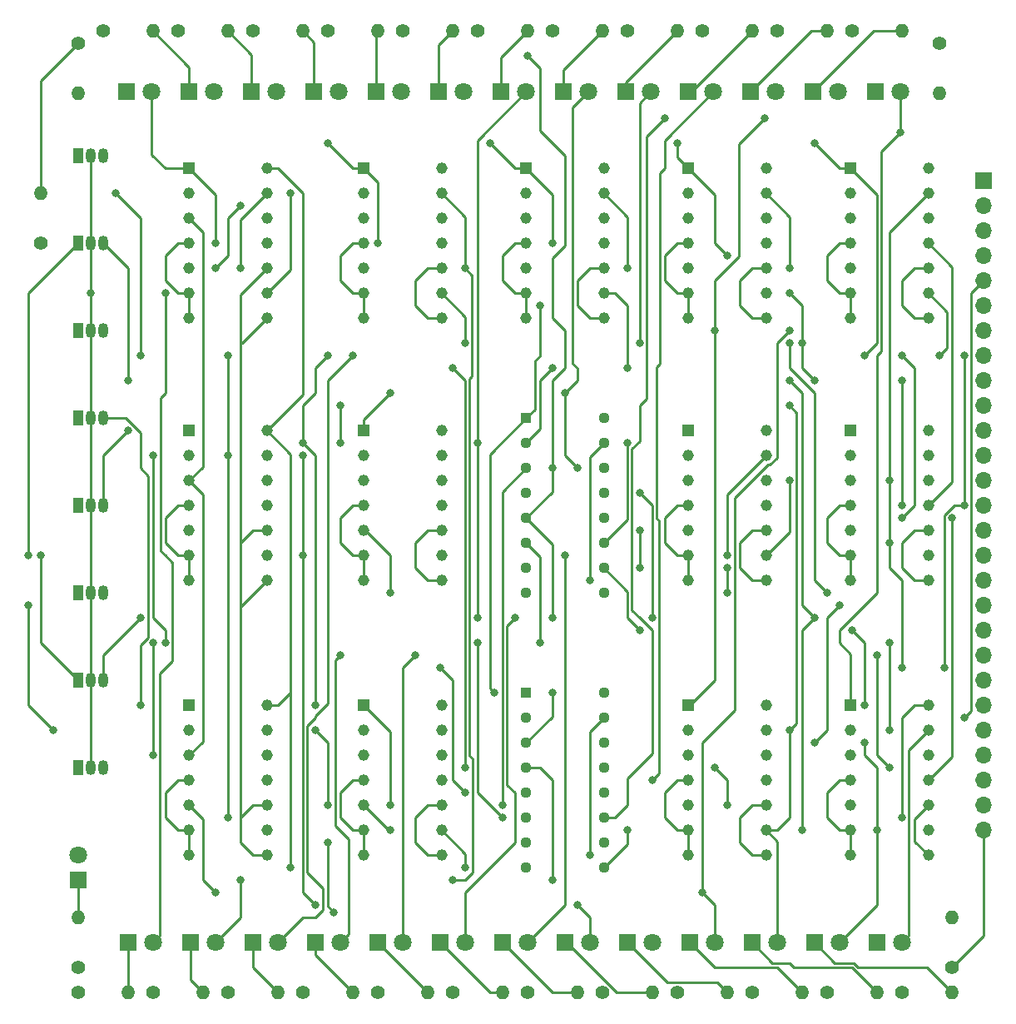
<source format=gtl>
%TF.GenerationSoftware,KiCad,Pcbnew,(6.0.9)*%
%TF.CreationDate,2025-06-05T13:51:01-04:00*%
%TF.ProjectId,ShiftRegisterPrototypeV2,53686966-7452-4656-9769-737465725072,V2*%
%TF.SameCoordinates,Original*%
%TF.FileFunction,Copper,L1,Top*%
%TF.FilePolarity,Positive*%
%FSLAX46Y46*%
G04 Gerber Fmt 4.6, Leading zero omitted, Abs format (unit mm)*
G04 Created by KiCad (PCBNEW (6.0.9)) date 2025-06-05 13:51:01*
%MOMM*%
%LPD*%
G01*
G04 APERTURE LIST*
%TA.AperFunction,ComponentPad*%
%ADD10R,1.170000X1.170000*%
%TD*%
%TA.AperFunction,ComponentPad*%
%ADD11C,1.170000*%
%TD*%
%TA.AperFunction,ComponentPad*%
%ADD12R,1.050000X1.500000*%
%TD*%
%TA.AperFunction,ComponentPad*%
%ADD13O,1.050000X1.500000*%
%TD*%
%TA.AperFunction,ComponentPad*%
%ADD14R,1.800000X1.800000*%
%TD*%
%TA.AperFunction,ComponentPad*%
%ADD15C,1.800000*%
%TD*%
%TA.AperFunction,ComponentPad*%
%ADD16C,1.400000*%
%TD*%
%TA.AperFunction,ComponentPad*%
%ADD17O,1.400000X1.400000*%
%TD*%
%TA.AperFunction,ComponentPad*%
%ADD18R,1.130000X1.130000*%
%TD*%
%TA.AperFunction,ComponentPad*%
%ADD19C,1.130000*%
%TD*%
%TA.AperFunction,ComponentPad*%
%ADD20R,1.700000X1.700000*%
%TD*%
%TA.AperFunction,ComponentPad*%
%ADD21O,1.700000X1.700000*%
%TD*%
%TA.AperFunction,ViaPad*%
%ADD22C,0.800000*%
%TD*%
%TA.AperFunction,Conductor*%
%ADD23C,0.250000*%
%TD*%
G04 APERTURE END LIST*
D10*
%TO.P,U3,1,Q1*%
%TO.N,Net-(D6-Pad2)*%
X157955000Y-56700000D03*
D11*
%TO.P,U3,2,~{Q1}*%
%TO.N,unconnected-(U3-Pad2)*%
X157955000Y-59240000D03*
%TO.P,U3,3,CLOCK1*%
%TO.N,clk*%
X157955000Y-61780000D03*
%TO.P,U3,4,RESET1*%
%TO.N,gnd*%
X157955000Y-64320000D03*
%TO.P,U3,5,D1*%
%TO.N,Net-(D4-Pad2)*%
X157955000Y-66860000D03*
%TO.P,U3,6,SET1*%
%TO.N,gnd*%
X157955000Y-69400000D03*
%TO.P,U3,7,VSS*%
X157955000Y-71940000D03*
%TO.P,U3,8,SET2*%
X165895000Y-71940000D03*
%TO.P,U3,9,D2*%
%TO.N,A11*%
X165895000Y-69400000D03*
%TO.P,U3,10,RESET2*%
%TO.N,gnd*%
X165895000Y-66860000D03*
%TO.P,U3,11,CLOCK2*%
%TO.N,clk*%
X165895000Y-64320000D03*
%TO.P,U3,12,~{Q2}*%
%TO.N,unconnected-(U3-Pad12)*%
X165895000Y-61780000D03*
%TO.P,U3,13,Q2*%
%TO.N,A10*%
X165895000Y-59240000D03*
%TO.P,U3,14,VDD*%
%TO.N,pwr*%
X165895000Y-56700000D03*
%TD*%
D10*
%TO.P,U12,1,Q1*%
%TO.N,/data2_ff*%
X141445000Y-111310000D03*
D11*
%TO.P,U12,2,~{Q1}*%
%TO.N,unconnected-(U12-Pad2)*%
X141445000Y-113850000D03*
%TO.P,U12,3,CLOCK1*%
%TO.N,clk*%
X141445000Y-116390000D03*
%TO.P,U12,4,RESET1*%
%TO.N,gnd*%
X141445000Y-118930000D03*
%TO.P,U12,5,D1*%
%TO.N,d2*%
X141445000Y-121470000D03*
%TO.P,U12,6,SET1*%
%TO.N,gnd*%
X141445000Y-124010000D03*
%TO.P,U12,7,VSS*%
X141445000Y-126550000D03*
%TO.P,U12,8,SET2*%
X149385000Y-126550000D03*
%TO.P,U12,9,D2*%
%TO.N,A3*%
X149385000Y-124010000D03*
%TO.P,U12,10,RESET2*%
%TO.N,gnd*%
X149385000Y-121470000D03*
%TO.P,U12,11,CLOCK2*%
%TO.N,clk*%
X149385000Y-118930000D03*
%TO.P,U12,12,~{Q2}*%
%TO.N,unconnected-(U12-Pad12)*%
X149385000Y-116390000D03*
%TO.P,U12,13,Q2*%
%TO.N,A2*%
X149385000Y-113850000D03*
%TO.P,U12,14,VDD*%
%TO.N,pwr*%
X149385000Y-111310000D03*
%TD*%
D12*
%TO.P,Q7,1,C*%
%TO.N,D1*%
X112395000Y-73210000D03*
D13*
%TO.P,Q7,2,B*%
%TO.N,load*%
X113665000Y-73210000D03*
%TO.P,Q7,3,E*%
%TO.N,/data1_ff*%
X114935000Y-73210000D03*
%TD*%
D10*
%TO.P,U4,1,Q1*%
%TO.N,Net-(D8-Pad2)*%
X174465000Y-56700000D03*
D11*
%TO.P,U4,2,~{Q1}*%
%TO.N,unconnected-(U4-Pad2)*%
X174465000Y-59240000D03*
%TO.P,U4,3,CLOCK1*%
%TO.N,clk*%
X174465000Y-61780000D03*
%TO.P,U4,4,RESET1*%
%TO.N,gnd*%
X174465000Y-64320000D03*
%TO.P,U4,5,D1*%
%TO.N,Net-(D6-Pad2)*%
X174465000Y-66860000D03*
%TO.P,U4,6,SET1*%
%TO.N,gnd*%
X174465000Y-69400000D03*
%TO.P,U4,7,VSS*%
X174465000Y-71940000D03*
%TO.P,U4,8,SET2*%
X182405000Y-71940000D03*
%TO.P,U4,9,D2*%
%TO.N,A10*%
X182405000Y-69400000D03*
%TO.P,U4,10,RESET2*%
%TO.N,gnd*%
X182405000Y-66860000D03*
%TO.P,U4,11,CLOCK2*%
%TO.N,clk*%
X182405000Y-64320000D03*
%TO.P,U4,12,~{Q2}*%
%TO.N,unconnected-(U4-Pad12)*%
X182405000Y-61780000D03*
%TO.P,U4,13,Q2*%
%TO.N,A9*%
X182405000Y-59240000D03*
%TO.P,U4,14,VDD*%
%TO.N,pwr*%
X182405000Y-56700000D03*
%TD*%
D12*
%TO.P,Q4,1,C*%
%TO.N,D4*%
X112395000Y-90990000D03*
D13*
%TO.P,Q4,2,B*%
%TO.N,load*%
X113665000Y-90990000D03*
%TO.P,Q4,3,E*%
%TO.N,/data4_ff*%
X114935000Y-90990000D03*
%TD*%
D14*
%TO.P,D12,1,K*%
%TO.N,Net-(D12-Pad1)*%
X149108465Y-48890000D03*
D15*
%TO.P,D12,2,A*%
%TO.N,/data7_ff*%
X151648465Y-48890000D03*
%TD*%
D14*
%TO.P,D16,1,K*%
%TO.N,Net-(D16-Pad1)*%
X161808465Y-48890000D03*
D15*
%TO.P,D16,2,A*%
%TO.N,/data5_ff*%
X164348465Y-48890000D03*
%TD*%
D10*
%TO.P,U7,1,Q1*%
%TO.N,/data6_ff*%
X174465000Y-83370000D03*
D11*
%TO.P,U7,2,~{Q1}*%
%TO.N,unconnected-(U7-Pad2)*%
X174465000Y-85910000D03*
%TO.P,U7,3,CLOCK1*%
%TO.N,clk*%
X174465000Y-88450000D03*
%TO.P,U7,4,RESET1*%
%TO.N,gnd*%
X174465000Y-90990000D03*
%TO.P,U7,5,D1*%
%TO.N,d6*%
X174465000Y-93530000D03*
%TO.P,U7,6,SET1*%
%TO.N,gnd*%
X174465000Y-96070000D03*
%TO.P,U7,7,VSS*%
X174465000Y-98610000D03*
%TO.P,U7,8,SET2*%
X182405000Y-98610000D03*
%TO.P,U7,9,D2*%
%TO.N,A7*%
X182405000Y-96070000D03*
%TO.P,U7,10,RESET2*%
%TO.N,gnd*%
X182405000Y-93530000D03*
%TO.P,U7,11,CLOCK2*%
%TO.N,clk*%
X182405000Y-90990000D03*
%TO.P,U7,12,~{Q2}*%
%TO.N,unconnected-(U7-Pad12)*%
X182405000Y-88450000D03*
%TO.P,U7,13,Q2*%
%TO.N,A6*%
X182405000Y-85910000D03*
%TO.P,U7,14,VDD*%
%TO.N,pwr*%
X182405000Y-83370000D03*
%TD*%
D10*
%TO.P,U10,1,Q1*%
%TO.N,/data4_ff*%
X123665000Y-83370000D03*
D11*
%TO.P,U10,2,~{Q1}*%
%TO.N,unconnected-(U10-Pad2)*%
X123665000Y-85910000D03*
%TO.P,U10,3,CLOCK1*%
%TO.N,clk*%
X123665000Y-88450000D03*
%TO.P,U10,4,RESET1*%
%TO.N,gnd*%
X123665000Y-90990000D03*
%TO.P,U10,5,D1*%
%TO.N,d4*%
X123665000Y-93530000D03*
%TO.P,U10,6,SET1*%
%TO.N,gnd*%
X123665000Y-96070000D03*
%TO.P,U10,7,VSS*%
X123665000Y-98610000D03*
%TO.P,U10,8,SET2*%
X131605000Y-98610000D03*
%TO.P,U10,9,D2*%
%TO.N,A5*%
X131605000Y-96070000D03*
%TO.P,U10,10,RESET2*%
%TO.N,gnd*%
X131605000Y-93530000D03*
%TO.P,U10,11,CLOCK2*%
%TO.N,clk*%
X131605000Y-90990000D03*
%TO.P,U10,12,~{Q2}*%
%TO.N,unconnected-(U10-Pad12)*%
X131605000Y-88450000D03*
%TO.P,U10,13,Q2*%
%TO.N,A4*%
X131605000Y-85910000D03*
%TO.P,U10,14,VDD*%
%TO.N,pwr*%
X131605000Y-83370000D03*
%TD*%
D16*
%TO.P,R11,1*%
%TO.N,gnd*%
X142875000Y-140520000D03*
D17*
%TO.P,R11,2*%
%TO.N,Net-(D11-Pad1)*%
X147955000Y-140520000D03*
%TD*%
D14*
%TO.P,D22,1,K*%
%TO.N,Net-(D22-Pad1)*%
X180858465Y-48890000D03*
D15*
%TO.P,D22,2,A*%
%TO.N,/data2_ff*%
X183398465Y-48890000D03*
%TD*%
D16*
%TO.P,R10,1*%
%TO.N,gnd*%
X137795000Y-42730000D03*
D17*
%TO.P,R10,2*%
%TO.N,Net-(D10-Pad1)*%
X142875000Y-42730000D03*
%TD*%
D14*
%TO.P,D9,1,K*%
%TO.N,Net-(D9-Pad1)*%
X136525000Y-135440000D03*
D15*
%TO.P,D9,2,A*%
%TO.N,A9*%
X139065000Y-135440000D03*
%TD*%
D16*
%TO.P,R6,1*%
%TO.N,gnd*%
X122555000Y-42730000D03*
D17*
%TO.P,R6,2*%
%TO.N,Net-(D6-Pad1)*%
X127635000Y-42730000D03*
%TD*%
D14*
%TO.P,D21,1,K*%
%TO.N,Net-(D21-Pad1)*%
X174625000Y-135440000D03*
D15*
%TO.P,D21,2,A*%
%TO.N,A3*%
X177165000Y-135440000D03*
%TD*%
D16*
%TO.P,R5,1*%
%TO.N,gnd*%
X120015000Y-140520000D03*
D17*
%TO.P,R5,2*%
%TO.N,Net-(D5-Pad1)*%
X125095000Y-140520000D03*
%TD*%
D12*
%TO.P,Q1,1,C*%
%TO.N,D7*%
X112395000Y-117660000D03*
D13*
%TO.P,Q1,2,B*%
%TO.N,load*%
X113665000Y-117660000D03*
%TO.P,Q1,3,E*%
%TO.N,/data7_ff*%
X114935000Y-117660000D03*
%TD*%
D16*
%TO.P,R1,1*%
%TO.N,gnd*%
X112395000Y-137980000D03*
D17*
%TO.P,R1,2*%
%TO.N,Net-(D1-Pad1)*%
X112395000Y-132900000D03*
%TD*%
D14*
%TO.P,D5,1,K*%
%TO.N,Net-(D5-Pad1)*%
X123825000Y-135440000D03*
D15*
%TO.P,D5,2,A*%
%TO.N,A11*%
X126365000Y-135440000D03*
%TD*%
D14*
%TO.P,D3,1,K*%
%TO.N,Net-(D3-Pad1)*%
X117475000Y-135440000D03*
D15*
%TO.P,D3,2,A*%
%TO.N,A12*%
X120015000Y-135440000D03*
%TD*%
D10*
%TO.P,U1,1,Q1*%
%TO.N,Net-(D2-Pad2)*%
X123665000Y-56700000D03*
D11*
%TO.P,U1,2,~{Q1}*%
%TO.N,unconnected-(U1-Pad2)*%
X123665000Y-59240000D03*
%TO.P,U1,3,CLOCK1*%
%TO.N,clk*%
X123665000Y-61780000D03*
%TO.P,U1,4,RESET1*%
%TO.N,gnd*%
X123665000Y-64320000D03*
%TO.P,U1,5,D1*%
%TO.N,data_rx*%
X123665000Y-66860000D03*
%TO.P,U1,6,SET1*%
%TO.N,gnd*%
X123665000Y-69400000D03*
%TO.P,U1,7,VSS*%
X123665000Y-71940000D03*
%TO.P,U1,8,SET2*%
X131605000Y-71940000D03*
%TO.P,U1,9,D2*%
%TO.N,addr*%
X131605000Y-69400000D03*
%TO.P,U1,10,RESET2*%
%TO.N,gnd*%
X131605000Y-66860000D03*
%TO.P,U1,11,CLOCK2*%
%TO.N,clk*%
X131605000Y-64320000D03*
%TO.P,U1,12,~{Q2}*%
%TO.N,unconnected-(U1-Pad12)*%
X131605000Y-61780000D03*
%TO.P,U1,13,Q2*%
%TO.N,A12*%
X131605000Y-59240000D03*
%TO.P,U1,14,VDD*%
%TO.N,pwr*%
X131605000Y-56700000D03*
%TD*%
D16*
%TO.P,R27,1*%
%TO.N,gnd*%
X201295000Y-137980000D03*
D17*
%TO.P,R27,2*%
%TO.N,Net-(D27-Pad1)*%
X201295000Y-132900000D03*
%TD*%
D16*
%TO.P,R2,1*%
%TO.N,gnd*%
X112395000Y-44000000D03*
D17*
%TO.P,R2,2*%
%TO.N,Net-(D2-Pad1)*%
X112395000Y-49080000D03*
%TD*%
D14*
%TO.P,D4,1,K*%
%TO.N,Net-(D4-Pad1)*%
X123708465Y-48890000D03*
D15*
%TO.P,D4,2,A*%
%TO.N,Net-(D4-Pad2)*%
X126248465Y-48890000D03*
%TD*%
D18*
%TO.P,U8,1,~{A}/B*%
%TO.N,load*%
X157955000Y-82100000D03*
D19*
%TO.P,U8,2,1A*%
%TO.N,/data8_ff*%
X157955000Y-84640000D03*
%TO.P,U8,3,1B*%
%TO.N,D7*%
X157955000Y-87180000D03*
%TO.P,U8,4,1Y*%
%TO.N,d7*%
X157955000Y-89720000D03*
%TO.P,U8,5,2A*%
%TO.N,/data7_ff*%
X157955000Y-92260000D03*
%TO.P,U8,6,2B*%
%TO.N,D6*%
X157955000Y-94800000D03*
%TO.P,U8,7,2Y*%
%TO.N,d6*%
X157955000Y-97340000D03*
%TO.P,U8,8,GND*%
%TO.N,gnd*%
X157955000Y-99880000D03*
%TO.P,U8,9,3Y*%
%TO.N,d5*%
X165895000Y-99880000D03*
%TO.P,U8,10,3B*%
%TO.N,D5*%
X165895000Y-97340000D03*
%TO.P,U8,11,3A*%
%TO.N,/data6_ff*%
X165895000Y-94800000D03*
%TO.P,U8,12,4Y*%
%TO.N,d4*%
X165895000Y-92260000D03*
%TO.P,U8,13,4B*%
%TO.N,D4*%
X165895000Y-89720000D03*
%TO.P,U8,14,4A*%
%TO.N,/data5_ff*%
X165895000Y-87180000D03*
%TO.P,U8,15,~{OE}*%
%TO.N,gnd*%
X165895000Y-84640000D03*
%TO.P,U8,16,VCC*%
%TO.N,pwr*%
X165895000Y-82100000D03*
%TD*%
D14*
%TO.P,D10,1,K*%
%TO.N,Net-(D10-Pad1)*%
X142758465Y-48890000D03*
D15*
%TO.P,D10,2,A*%
%TO.N,/data8_ff*%
X145298465Y-48890000D03*
%TD*%
D10*
%TO.P,U15,1,Q1*%
%TO.N,/data0_ff*%
X190975000Y-111310000D03*
D11*
%TO.P,U15,2,~{Q1}*%
%TO.N,unconnected-(U15-Pad2)*%
X190975000Y-113850000D03*
%TO.P,U15,3,CLOCK1*%
%TO.N,clk*%
X190975000Y-116390000D03*
%TO.P,U15,4,RESET1*%
%TO.N,gnd*%
X190975000Y-118930000D03*
%TO.P,U15,5,D1*%
%TO.N,d0*%
X190975000Y-121470000D03*
%TO.P,U15,6,SET1*%
%TO.N,gnd*%
X190975000Y-124010000D03*
%TO.P,U15,7,VSS*%
X190975000Y-126550000D03*
%TO.P,U15,8,SET2*%
X198915000Y-126550000D03*
%TO.P,U15,9,D2*%
%TO.N,A1*%
X198915000Y-124010000D03*
%TO.P,U15,10,RESET2*%
%TO.N,gnd*%
X198915000Y-121470000D03*
%TO.P,U15,11,CLOCK2*%
%TO.N,clk*%
X198915000Y-118930000D03*
%TO.P,U15,12,~{Q2}*%
%TO.N,unconnected-(U15-Pad12)*%
X198915000Y-116390000D03*
%TO.P,U15,13,Q2*%
%TO.N,A0*%
X198915000Y-113850000D03*
%TO.P,U15,14,VDD*%
%TO.N,pwr*%
X198915000Y-111310000D03*
%TD*%
D14*
%TO.P,D7,1,K*%
%TO.N,Net-(D7-Pad1)*%
X130175000Y-135440000D03*
D15*
%TO.P,D7,2,A*%
%TO.N,A10*%
X132715000Y-135440000D03*
%TD*%
D14*
%TO.P,D26,1,K*%
%TO.N,Net-(D26-Pad1)*%
X193558465Y-48890000D03*
D15*
%TO.P,D26,2,A*%
%TO.N,/data0_ff*%
X196098465Y-48890000D03*
%TD*%
D14*
%TO.P,D13,1,K*%
%TO.N,Net-(D13-Pad1)*%
X149225000Y-135440000D03*
D15*
%TO.P,D13,2,A*%
%TO.N,A7*%
X151765000Y-135440000D03*
%TD*%
D16*
%TO.P,R24,1*%
%TO.N,gnd*%
X191135000Y-42730000D03*
D17*
%TO.P,R24,2*%
%TO.N,Net-(D24-Pad1)*%
X196215000Y-42730000D03*
%TD*%
D16*
%TO.P,R20,1*%
%TO.N,gnd*%
X175895000Y-42730000D03*
D17*
%TO.P,R20,2*%
%TO.N,Net-(D20-Pad1)*%
X180975000Y-42730000D03*
%TD*%
D14*
%TO.P,D8,1,K*%
%TO.N,Net-(D8-Pad1)*%
X136408465Y-48890000D03*
D15*
%TO.P,D8,2,A*%
%TO.N,Net-(D8-Pad2)*%
X138948465Y-48890000D03*
%TD*%
D14*
%TO.P,D23,1,K*%
%TO.N,Net-(D23-Pad1)*%
X180975000Y-135440000D03*
D15*
%TO.P,D23,2,A*%
%TO.N,A2*%
X183515000Y-135440000D03*
%TD*%
D14*
%TO.P,D27,1,K*%
%TO.N,Net-(D27-Pad1)*%
X193675000Y-135440000D03*
D15*
%TO.P,D27,2,A*%
%TO.N,A0*%
X196215000Y-135440000D03*
%TD*%
D12*
%TO.P,Q8,1,C*%
%TO.N,D0*%
X112395000Y-55430000D03*
D13*
%TO.P,Q8,2,B*%
%TO.N,load*%
X113665000Y-55430000D03*
%TO.P,Q8,3,E*%
%TO.N,/data0_ff*%
X114935000Y-55430000D03*
%TD*%
D16*
%TO.P,R26,1*%
%TO.N,gnd*%
X200025000Y-44000000D03*
D17*
%TO.P,R26,2*%
%TO.N,Net-(D26-Pad1)*%
X200025000Y-49080000D03*
%TD*%
D10*
%TO.P,U11,1,Q1*%
%TO.N,/data3_ff*%
X123665000Y-111310000D03*
D11*
%TO.P,U11,2,~{Q1}*%
%TO.N,unconnected-(U11-Pad2)*%
X123665000Y-113850000D03*
%TO.P,U11,3,CLOCK1*%
%TO.N,clk*%
X123665000Y-116390000D03*
%TO.P,U11,4,RESET1*%
%TO.N,gnd*%
X123665000Y-118930000D03*
%TO.P,U11,5,D1*%
%TO.N,d3*%
X123665000Y-121470000D03*
%TO.P,U11,6,SET1*%
%TO.N,gnd*%
X123665000Y-124010000D03*
%TO.P,U11,7,VSS*%
X123665000Y-126550000D03*
%TO.P,U11,8,SET2*%
X131605000Y-126550000D03*
%TO.P,U11,9,D2*%
%TO.N,A4*%
X131605000Y-124010000D03*
%TO.P,U11,10,RESET2*%
%TO.N,gnd*%
X131605000Y-121470000D03*
%TO.P,U11,11,CLOCK2*%
%TO.N,clk*%
X131605000Y-118930000D03*
%TO.P,U11,12,~{Q2}*%
%TO.N,unconnected-(U11-Pad12)*%
X131605000Y-116390000D03*
%TO.P,U11,13,Q2*%
%TO.N,A3*%
X131605000Y-113850000D03*
%TO.P,U11,14,VDD*%
%TO.N,pwr*%
X131605000Y-111310000D03*
%TD*%
D12*
%TO.P,Q3,1,C*%
%TO.N,D5*%
X112395000Y-64320000D03*
D13*
%TO.P,Q3,2,B*%
%TO.N,load*%
X113665000Y-64320000D03*
%TO.P,Q3,3,E*%
%TO.N,/data5_ff*%
X114935000Y-64320000D03*
%TD*%
D14*
%TO.P,D18,1,K*%
%TO.N,Net-(D18-Pad1)*%
X168158465Y-48890000D03*
D15*
%TO.P,D18,2,A*%
%TO.N,/data4_ff*%
X170698465Y-48890000D03*
%TD*%
D16*
%TO.P,R3,1*%
%TO.N,gnd*%
X112395000Y-140520000D03*
D17*
%TO.P,R3,2*%
%TO.N,Net-(D3-Pad1)*%
X117475000Y-140520000D03*
%TD*%
D16*
%TO.P,R18,1*%
%TO.N,gnd*%
X168275000Y-42730000D03*
D17*
%TO.P,R18,2*%
%TO.N,Net-(D18-Pad1)*%
X173355000Y-42730000D03*
%TD*%
D16*
%TO.P,R16,1*%
%TO.N,gnd*%
X160655000Y-42730000D03*
D17*
%TO.P,R16,2*%
%TO.N,Net-(D16-Pad1)*%
X165735000Y-42730000D03*
%TD*%
D16*
%TO.P,R23,1*%
%TO.N,gnd*%
X188595000Y-140520000D03*
D17*
%TO.P,R23,2*%
%TO.N,Net-(D23-Pad1)*%
X193675000Y-140520000D03*
%TD*%
D10*
%TO.P,U14,1,Q1*%
%TO.N,/data1_ff*%
X174465000Y-111310000D03*
D11*
%TO.P,U14,2,~{Q1}*%
%TO.N,unconnected-(U14-Pad2)*%
X174465000Y-113850000D03*
%TO.P,U14,3,CLOCK1*%
%TO.N,clk*%
X174465000Y-116390000D03*
%TO.P,U14,4,RESET1*%
%TO.N,gnd*%
X174465000Y-118930000D03*
%TO.P,U14,5,D1*%
%TO.N,d1*%
X174465000Y-121470000D03*
%TO.P,U14,6,SET1*%
%TO.N,gnd*%
X174465000Y-124010000D03*
%TO.P,U14,7,VSS*%
X174465000Y-126550000D03*
%TO.P,U14,8,SET2*%
X182405000Y-126550000D03*
%TO.P,U14,9,D2*%
%TO.N,A2*%
X182405000Y-124010000D03*
%TO.P,U14,10,RESET2*%
%TO.N,gnd*%
X182405000Y-121470000D03*
%TO.P,U14,11,CLOCK2*%
%TO.N,clk*%
X182405000Y-118930000D03*
%TO.P,U14,12,~{Q2}*%
%TO.N,unconnected-(U14-Pad12)*%
X182405000Y-116390000D03*
%TO.P,U14,13,Q2*%
%TO.N,A1*%
X182405000Y-113850000D03*
%TO.P,U14,14,VDD*%
%TO.N,pwr*%
X182405000Y-111310000D03*
%TD*%
D16*
%TO.P,R9,1*%
%TO.N,gnd*%
X135255000Y-140520000D03*
D17*
%TO.P,R9,2*%
%TO.N,Net-(D9-Pad1)*%
X140335000Y-140520000D03*
%TD*%
D10*
%TO.P,U9,1,Q1*%
%TO.N,/data5_ff*%
X141445000Y-83370000D03*
D11*
%TO.P,U9,2,~{Q1}*%
%TO.N,unconnected-(U9-Pad2)*%
X141445000Y-85910000D03*
%TO.P,U9,3,CLOCK1*%
%TO.N,clk*%
X141445000Y-88450000D03*
%TO.P,U9,4,RESET1*%
%TO.N,gnd*%
X141445000Y-90990000D03*
%TO.P,U9,5,D1*%
%TO.N,d5*%
X141445000Y-93530000D03*
%TO.P,U9,6,SET1*%
%TO.N,gnd*%
X141445000Y-96070000D03*
%TO.P,U9,7,VSS*%
X141445000Y-98610000D03*
%TO.P,U9,8,SET2*%
X149385000Y-98610000D03*
%TO.P,U9,9,D2*%
%TO.N,A6*%
X149385000Y-96070000D03*
%TO.P,U9,10,RESET2*%
%TO.N,gnd*%
X149385000Y-93530000D03*
%TO.P,U9,11,CLOCK2*%
%TO.N,clk*%
X149385000Y-90990000D03*
%TO.P,U9,12,~{Q2}*%
%TO.N,unconnected-(U9-Pad12)*%
X149385000Y-88450000D03*
%TO.P,U9,13,Q2*%
%TO.N,A5*%
X149385000Y-85910000D03*
%TO.P,U9,14,VDD*%
%TO.N,pwr*%
X149385000Y-83370000D03*
%TD*%
D14*
%TO.P,D2,1,K*%
%TO.N,Net-(D2-Pad1)*%
X117358465Y-48890000D03*
D15*
%TO.P,D2,2,A*%
%TO.N,Net-(D2-Pad2)*%
X119898465Y-48890000D03*
%TD*%
D16*
%TO.P,R4,1*%
%TO.N,gnd*%
X114935000Y-42730000D03*
D17*
%TO.P,R4,2*%
%TO.N,Net-(D4-Pad1)*%
X120015000Y-42730000D03*
%TD*%
D12*
%TO.P,Q2,1,C*%
%TO.N,D6*%
X112395000Y-108770000D03*
D13*
%TO.P,Q2,2,B*%
%TO.N,load*%
X113665000Y-108770000D03*
%TO.P,Q2,3,E*%
%TO.N,/data6_ff*%
X114935000Y-108770000D03*
%TD*%
D16*
%TO.P,R22,1*%
%TO.N,gnd*%
X183515000Y-42730000D03*
D17*
%TO.P,R22,2*%
%TO.N,Net-(D22-Pad1)*%
X188595000Y-42730000D03*
%TD*%
D18*
%TO.P,U13,1,~{A}/B*%
%TO.N,load*%
X157955000Y-110040000D03*
D19*
%TO.P,U13,2,1A*%
%TO.N,/data4_ff*%
X157955000Y-112580000D03*
%TO.P,U13,3,1B*%
%TO.N,D3*%
X157955000Y-115120000D03*
%TO.P,U13,4,1Y*%
%TO.N,d3*%
X157955000Y-117660000D03*
%TO.P,U13,5,2A*%
%TO.N,/data3_ff*%
X157955000Y-120200000D03*
%TO.P,U13,6,2B*%
%TO.N,D2*%
X157955000Y-122740000D03*
%TO.P,U13,7,2Y*%
%TO.N,d2*%
X157955000Y-125280000D03*
%TO.P,U13,8,GND*%
%TO.N,gnd*%
X157955000Y-127820000D03*
%TO.P,U13,9,3Y*%
%TO.N,d1*%
X165895000Y-127820000D03*
%TO.P,U13,10,3B*%
%TO.N,D1*%
X165895000Y-125280000D03*
%TO.P,U13,11,3A*%
%TO.N,/data2_ff*%
X165895000Y-122740000D03*
%TO.P,U13,12,4Y*%
%TO.N,d0*%
X165895000Y-120200000D03*
%TO.P,U13,13,4B*%
%TO.N,D0*%
X165895000Y-117660000D03*
%TO.P,U13,14,4A*%
%TO.N,/data1_ff*%
X165895000Y-115120000D03*
%TO.P,U13,15,~{OE}*%
%TO.N,gnd*%
X165895000Y-112580000D03*
%TO.P,U13,16,VCC*%
%TO.N,pwr*%
X165895000Y-110040000D03*
%TD*%
D14*
%TO.P,D6,1,K*%
%TO.N,Net-(D6-Pad1)*%
X130058465Y-48890000D03*
D15*
%TO.P,D6,2,A*%
%TO.N,Net-(D6-Pad2)*%
X132598465Y-48890000D03*
%TD*%
D16*
%TO.P,R28,1*%
%TO.N,load*%
X108585000Y-64320000D03*
D17*
%TO.P,R28,2*%
%TO.N,gnd*%
X108585000Y-59240000D03*
%TD*%
D14*
%TO.P,D24,1,K*%
%TO.N,Net-(D24-Pad1)*%
X187208465Y-48890000D03*
D15*
%TO.P,D24,2,A*%
%TO.N,/data1_ff*%
X189748465Y-48890000D03*
%TD*%
D16*
%TO.P,R7,1*%
%TO.N,gnd*%
X127635000Y-140520000D03*
D17*
%TO.P,R7,2*%
%TO.N,Net-(D7-Pad1)*%
X132715000Y-140520000D03*
%TD*%
D20*
%TO.P,J1,1,Pin_1*%
%TO.N,addr*%
X204540000Y-57970000D03*
D21*
%TO.P,J1,2,Pin_2*%
%TO.N,data_rx*%
X204540000Y-60510000D03*
%TO.P,J1,3,Pin_3*%
%TO.N,clk*%
X204540000Y-63050000D03*
%TO.P,J1,4,Pin_4*%
%TO.N,load*%
X204540000Y-65590000D03*
%TO.P,J1,5,Pin_5*%
%TO.N,A0*%
X204540000Y-68130000D03*
%TO.P,J1,6,Pin_6*%
%TO.N,A1*%
X204540000Y-70670000D03*
%TO.P,J1,7,Pin_7*%
%TO.N,A2*%
X204540000Y-73210000D03*
%TO.P,J1,8,Pin_8*%
%TO.N,A3*%
X204540000Y-75750000D03*
%TO.P,J1,9,Pin_9*%
%TO.N,A4*%
X204540000Y-78290000D03*
%TO.P,J1,10,Pin_10*%
%TO.N,A5*%
X204540000Y-80830000D03*
%TO.P,J1,11,Pin_11*%
%TO.N,A6*%
X204540000Y-83370000D03*
%TO.P,J1,12,Pin_12*%
%TO.N,A7*%
X204540000Y-85910000D03*
%TO.P,J1,13,Pin_13*%
%TO.N,A8*%
X204540000Y-88450000D03*
%TO.P,J1,14,Pin_14*%
%TO.N,A9*%
X204540000Y-90990000D03*
%TO.P,J1,15,Pin_15*%
%TO.N,A10*%
X204540000Y-93530000D03*
%TO.P,J1,16,Pin_16*%
%TO.N,A11*%
X204540000Y-96070000D03*
%TO.P,J1,17,Pin_17*%
%TO.N,A12*%
X204540000Y-98610000D03*
%TO.P,J1,18,Pin_18*%
%TO.N,D0*%
X204540000Y-101150000D03*
%TO.P,J1,19,Pin_19*%
%TO.N,D1*%
X204540000Y-103690000D03*
%TO.P,J1,20,Pin_20*%
%TO.N,D2*%
X204540000Y-106230000D03*
%TO.P,J1,21,Pin_21*%
%TO.N,D3*%
X204540000Y-108770000D03*
%TO.P,J1,22,Pin_22*%
%TO.N,D4*%
X204540000Y-111310000D03*
%TO.P,J1,23,Pin_23*%
%TO.N,D5*%
X204540000Y-113850000D03*
%TO.P,J1,24,Pin_24*%
%TO.N,D6*%
X204540000Y-116390000D03*
%TO.P,J1,25,Pin_25*%
%TO.N,D7*%
X204540000Y-118930000D03*
%TO.P,J1,26,Pin_26*%
%TO.N,pwr*%
X204540000Y-121470000D03*
%TO.P,J1,27,Pin_27*%
%TO.N,gnd*%
X204540000Y-124010000D03*
%TD*%
D12*
%TO.P,Q5,1,C*%
%TO.N,D3*%
X112395000Y-99880000D03*
D13*
%TO.P,Q5,2,B*%
%TO.N,load*%
X113665000Y-99880000D03*
%TO.P,Q5,3,E*%
%TO.N,/data3_ff*%
X114935000Y-99880000D03*
%TD*%
D14*
%TO.P,D14,1,K*%
%TO.N,Net-(D14-Pad1)*%
X155458465Y-48890000D03*
D15*
%TO.P,D14,2,A*%
%TO.N,/data6_ff*%
X157998465Y-48890000D03*
%TD*%
D16*
%TO.P,R13,1*%
%TO.N,gnd*%
X150495000Y-140520000D03*
D17*
%TO.P,R13,2*%
%TO.N,Net-(D13-Pad1)*%
X155575000Y-140520000D03*
%TD*%
D16*
%TO.P,R12,1*%
%TO.N,gnd*%
X145415000Y-42730000D03*
D17*
%TO.P,R12,2*%
%TO.N,Net-(D12-Pad1)*%
X150495000Y-42730000D03*
%TD*%
D14*
%TO.P,D1,1,K*%
%TO.N,Net-(D1-Pad1)*%
X112395000Y-129090000D03*
D15*
%TO.P,D1,2,A*%
%TO.N,pwr*%
X112395000Y-126550000D03*
%TD*%
D10*
%TO.P,U2,1,Q1*%
%TO.N,Net-(D4-Pad2)*%
X141445000Y-56700000D03*
D11*
%TO.P,U2,2,~{Q1}*%
%TO.N,unconnected-(U2-Pad2)*%
X141445000Y-59240000D03*
%TO.P,U2,3,CLOCK1*%
%TO.N,clk*%
X141445000Y-61780000D03*
%TO.P,U2,4,RESET1*%
%TO.N,gnd*%
X141445000Y-64320000D03*
%TO.P,U2,5,D1*%
%TO.N,Net-(D2-Pad2)*%
X141445000Y-66860000D03*
%TO.P,U2,6,SET1*%
%TO.N,gnd*%
X141445000Y-69400000D03*
%TO.P,U2,7,VSS*%
X141445000Y-71940000D03*
%TO.P,U2,8,SET2*%
X149385000Y-71940000D03*
%TO.P,U2,9,D2*%
%TO.N,A12*%
X149385000Y-69400000D03*
%TO.P,U2,10,RESET2*%
%TO.N,gnd*%
X149385000Y-66860000D03*
%TO.P,U2,11,CLOCK2*%
%TO.N,clk*%
X149385000Y-64320000D03*
%TO.P,U2,12,~{Q2}*%
%TO.N,unconnected-(U2-Pad12)*%
X149385000Y-61780000D03*
%TO.P,U2,13,Q2*%
%TO.N,A11*%
X149385000Y-59240000D03*
%TO.P,U2,14,VDD*%
%TO.N,pwr*%
X149385000Y-56700000D03*
%TD*%
D16*
%TO.P,R14,1*%
%TO.N,gnd*%
X153035000Y-42730000D03*
D17*
%TO.P,R14,2*%
%TO.N,Net-(D14-Pad1)*%
X158115000Y-42730000D03*
%TD*%
D10*
%TO.P,U5,1,Q1*%
%TO.N,/data8_ff*%
X190975000Y-56700000D03*
D11*
%TO.P,U5,2,~{Q1}*%
%TO.N,unconnected-(U5-Pad2)*%
X190975000Y-59240000D03*
%TO.P,U5,3,CLOCK1*%
%TO.N,clk*%
X190975000Y-61780000D03*
%TO.P,U5,4,RESET1*%
%TO.N,gnd*%
X190975000Y-64320000D03*
%TO.P,U5,5,D1*%
%TO.N,Net-(D8-Pad2)*%
X190975000Y-66860000D03*
%TO.P,U5,6,SET1*%
%TO.N,gnd*%
X190975000Y-69400000D03*
%TO.P,U5,7,VSS*%
X190975000Y-71940000D03*
%TO.P,U5,8,SET2*%
X198915000Y-71940000D03*
%TO.P,U5,9,D2*%
%TO.N,A9*%
X198915000Y-69400000D03*
%TO.P,U5,10,RESET2*%
%TO.N,gnd*%
X198915000Y-66860000D03*
%TO.P,U5,11,CLOCK2*%
%TO.N,clk*%
X198915000Y-64320000D03*
%TO.P,U5,12,~{Q2}*%
%TO.N,unconnected-(U5-Pad12)*%
X198915000Y-61780000D03*
%TO.P,U5,13,Q2*%
%TO.N,A8*%
X198915000Y-59240000D03*
%TO.P,U5,14,VDD*%
%TO.N,pwr*%
X198915000Y-56700000D03*
%TD*%
D16*
%TO.P,R17,1*%
%TO.N,gnd*%
X165735000Y-140520000D03*
D17*
%TO.P,R17,2*%
%TO.N,Net-(D17-Pad1)*%
X170815000Y-140520000D03*
%TD*%
D14*
%TO.P,D25,1,K*%
%TO.N,Net-(D25-Pad1)*%
X187325000Y-135440000D03*
D15*
%TO.P,D25,2,A*%
%TO.N,A1*%
X189865000Y-135440000D03*
%TD*%
D14*
%TO.P,D17,1,K*%
%TO.N,Net-(D17-Pad1)*%
X161925000Y-135440000D03*
D15*
%TO.P,D17,2,A*%
%TO.N,A5*%
X164465000Y-135440000D03*
%TD*%
D16*
%TO.P,R8,1*%
%TO.N,gnd*%
X130175000Y-42730000D03*
D17*
%TO.P,R8,2*%
%TO.N,Net-(D8-Pad1)*%
X135255000Y-42730000D03*
%TD*%
D10*
%TO.P,U6,1,Q1*%
%TO.N,/data7_ff*%
X190975000Y-83370000D03*
D11*
%TO.P,U6,2,~{Q1}*%
%TO.N,unconnected-(U6-Pad2)*%
X190975000Y-85910000D03*
%TO.P,U6,3,CLOCK1*%
%TO.N,clk*%
X190975000Y-88450000D03*
%TO.P,U6,4,RESET1*%
%TO.N,gnd*%
X190975000Y-90990000D03*
%TO.P,U6,5,D1*%
%TO.N,d7*%
X190975000Y-93530000D03*
%TO.P,U6,6,SET1*%
%TO.N,gnd*%
X190975000Y-96070000D03*
%TO.P,U6,7,VSS*%
X190975000Y-98610000D03*
%TO.P,U6,8,SET2*%
X198915000Y-98610000D03*
%TO.P,U6,9,D2*%
%TO.N,A8*%
X198915000Y-96070000D03*
%TO.P,U6,10,RESET2*%
%TO.N,gnd*%
X198915000Y-93530000D03*
%TO.P,U6,11,CLOCK2*%
%TO.N,clk*%
X198915000Y-90990000D03*
%TO.P,U6,12,~{Q2}*%
%TO.N,unconnected-(U6-Pad12)*%
X198915000Y-88450000D03*
%TO.P,U6,13,Q2*%
%TO.N,A7*%
X198915000Y-85910000D03*
%TO.P,U6,14,VDD*%
%TO.N,pwr*%
X198915000Y-83370000D03*
%TD*%
D16*
%TO.P,R19,1*%
%TO.N,gnd*%
X173355000Y-140520000D03*
D17*
%TO.P,R19,2*%
%TO.N,Net-(D19-Pad1)*%
X178435000Y-140520000D03*
%TD*%
D16*
%TO.P,R15,1*%
%TO.N,gnd*%
X158115000Y-140520000D03*
D17*
%TO.P,R15,2*%
%TO.N,Net-(D15-Pad1)*%
X163195000Y-140520000D03*
%TD*%
D14*
%TO.P,D20,1,K*%
%TO.N,Net-(D20-Pad1)*%
X174508465Y-48890000D03*
D15*
%TO.P,D20,2,A*%
%TO.N,/data3_ff*%
X177048465Y-48890000D03*
%TD*%
D14*
%TO.P,D19,1,K*%
%TO.N,Net-(D19-Pad1)*%
X168275000Y-135440000D03*
D15*
%TO.P,D19,2,A*%
%TO.N,A4*%
X170815000Y-135440000D03*
%TD*%
D16*
%TO.P,R25,1*%
%TO.N,gnd*%
X196215000Y-140520000D03*
D17*
%TO.P,R25,2*%
%TO.N,Net-(D25-Pad1)*%
X201295000Y-140520000D03*
%TD*%
D12*
%TO.P,Q6,1,C*%
%TO.N,D2*%
X112395000Y-82100000D03*
D13*
%TO.P,Q6,2,B*%
%TO.N,load*%
X113665000Y-82100000D03*
%TO.P,Q6,3,E*%
%TO.N,/data2_ff*%
X114935000Y-82100000D03*
%TD*%
D14*
%TO.P,D11,1,K*%
%TO.N,Net-(D11-Pad1)*%
X142875000Y-135440000D03*
D15*
%TO.P,D11,2,A*%
%TO.N,A8*%
X145415000Y-135440000D03*
%TD*%
D14*
%TO.P,D15,1,K*%
%TO.N,Net-(D15-Pad1)*%
X155575000Y-135440000D03*
D15*
%TO.P,D15,2,A*%
%TO.N,A6*%
X158115000Y-135440000D03*
%TD*%
D16*
%TO.P,R21,1*%
%TO.N,gnd*%
X180975000Y-140520000D03*
D17*
%TO.P,R21,2*%
%TO.N,Net-(D21-Pad1)*%
X186055000Y-140520000D03*
%TD*%
D22*
%TO.N,/data4_ff*%
X136525000Y-111310000D03*
%TO.N,A0*%
X202565000Y-112580000D03*
%TO.N,A9*%
X202565000Y-90990000D03*
%TO.N,A2*%
X184785000Y-80830000D03*
%TO.N,A3*%
X184785000Y-73210000D03*
%TO.N,A10*%
X140335000Y-75750000D03*
X186055000Y-74480000D03*
X184785000Y-69400000D03*
X187325000Y-78290000D03*
X196215000Y-78290000D03*
X196215000Y-90990000D03*
%TO.N,A11*%
X128905000Y-129090000D03*
X150495000Y-129090000D03*
X196215000Y-92260000D03*
X196215000Y-75750000D03*
X168275000Y-77020000D03*
%TO.N,A12*%
X151765000Y-74480000D03*
X184785000Y-74480000D03*
X188595000Y-99880000D03*
X121285000Y-69400000D03*
%TO.N,A9*%
X202565000Y-75750000D03*
X200025000Y-75750000D03*
%TO.N,clk*%
X201295000Y-92260000D03*
%TO.N,A9*%
X200570500Y-107500000D03*
X139065000Y-106230000D03*
%TO.N,A4*%
X127635000Y-75750000D03*
%TO.N,A5*%
X139065000Y-84640000D03*
X139065000Y-80830000D03*
%TO.N,A8*%
X194945000Y-88450000D03*
X196215000Y-107500000D03*
X146685000Y-106230000D03*
%TO.N,D2*%
X155575000Y-122740000D03*
%TO.N,A7*%
X156845000Y-102420000D03*
X178435000Y-99880000D03*
X178435000Y-97340000D03*
%TO.N,A1*%
X193675000Y-124010000D03*
X192405000Y-115120000D03*
%TO.N,A2*%
X184785000Y-113850000D03*
%TO.N,A3*%
X175895000Y-130360000D03*
X151765000Y-127820000D03*
X136525000Y-113850000D03*
X137795000Y-121470000D03*
%TO.N,A5*%
X163195000Y-131630000D03*
%TO.N,A4*%
X138430000Y-132354500D03*
X137795000Y-125280000D03*
X127635000Y-122740000D03*
X127635000Y-85910000D03*
%TO.N,A5*%
X136525000Y-131630000D03*
X135255000Y-85910000D03*
X135255000Y-96070000D03*
%TO.N,A6*%
X161925000Y-96070000D03*
X178435000Y-96070000D03*
X169545000Y-97340000D03*
X169545000Y-93530000D03*
%TO.N,/data0_ff*%
X196098465Y-53006535D03*
%TO.N,/data7_ff*%
X158115000Y-45270000D03*
%TO.N,/data1_ff*%
X177165000Y-73210000D03*
X182245000Y-51620000D03*
%TO.N,d0*%
X178435000Y-121470000D03*
X177165000Y-117660000D03*
%TO.N,/data2_ff*%
X172085000Y-51620000D03*
%TO.N,d1*%
X168275000Y-124010000D03*
%TO.N,pwr*%
X133985000Y-127820000D03*
%TO.N,d3*%
X126365000Y-130360000D03*
X160655000Y-129090000D03*
%TO.N,/data2_ff*%
X118745000Y-111310000D03*
%TO.N,/data4_ff*%
X117475000Y-83370000D03*
%TO.N,/data2_ff*%
X144145000Y-121470000D03*
%TO.N,/data3_ff*%
X170815000Y-118930000D03*
X149225000Y-107500000D03*
X151765000Y-120200000D03*
%TO.N,d2*%
X144145000Y-124010000D03*
%TO.N,/data4_ff*%
X169545000Y-74480000D03*
X137795000Y-75750000D03*
X135255000Y-84640000D03*
%TO.N,/data6_ff*%
X153035000Y-102420000D03*
X118745000Y-102420000D03*
%TO.N,/data5_ff*%
X117475000Y-78290000D03*
X144145000Y-79560000D03*
X161925000Y-79560000D03*
X163195000Y-87180000D03*
%TO.N,/data6_ff*%
X153035000Y-84640000D03*
X168275000Y-84640000D03*
%TO.N,D0*%
X116205000Y-59240000D03*
X118745000Y-75750000D03*
X150495000Y-77020000D03*
X151765000Y-117660000D03*
X187325000Y-115120000D03*
X189865000Y-101150000D03*
%TO.N,/data7_ff*%
X120015000Y-116390000D03*
%TO.N,D1*%
X186055000Y-124010000D03*
%TO.N,load*%
X154755000Y-110040000D03*
X113665000Y-69400000D03*
%TO.N,D1*%
X184785000Y-78290000D03*
X187325000Y-102420000D03*
%TO.N,D4*%
X169545000Y-89720000D03*
X170815000Y-102420000D03*
X191135000Y-103690000D03*
X192405000Y-111310000D03*
%TO.N,D3*%
X160655000Y-110040000D03*
%TO.N,D2*%
X120015000Y-85910000D03*
X121285000Y-104960000D03*
X153035000Y-104960000D03*
%TO.N,D3*%
X107315000Y-101150000D03*
X109855000Y-113850000D03*
%TO.N,D6*%
X194945000Y-117660000D03*
X193675000Y-106230000D03*
X159385000Y-104960000D03*
%TO.N,D5*%
X107315000Y-96070000D03*
X194945000Y-113850000D03*
X194945000Y-104960000D03*
X169545000Y-103690000D03*
%TO.N,d5*%
X144145000Y-99880000D03*
%TO.N,D6*%
X108585000Y-96070000D03*
%TO.N,/data7_ff*%
X120015000Y-104960000D03*
X160655000Y-102420000D03*
%TO.N,D7*%
X155575000Y-121470000D03*
%TO.N,load*%
X159385000Y-70670000D03*
%TO.N,A7*%
X184785000Y-88450000D03*
%TO.N,/data7_ff*%
X160655000Y-87180000D03*
%TO.N,A8*%
X194945000Y-94800000D03*
%TO.N,/data8_ff*%
X160655000Y-77020000D03*
X192405000Y-75750000D03*
X187325000Y-54160000D03*
%TO.N,Net-(D8-Pad2)*%
X173355000Y-54160000D03*
%TO.N,Net-(D6-Pad2)*%
X154305000Y-54160000D03*
%TO.N,Net-(D4-Pad2)*%
X137795000Y-54160000D03*
%TO.N,A9*%
X184785000Y-66860000D03*
%TO.N,Net-(D8-Pad2)*%
X178435000Y-65590000D03*
%TO.N,A10*%
X168275000Y-66860000D03*
%TO.N,Net-(D6-Pad2)*%
X160655000Y-64320000D03*
%TO.N,A11*%
X151765000Y-66860000D03*
%TO.N,Net-(D4-Pad2)*%
X142875000Y-64320000D03*
%TO.N,A12*%
X128905000Y-66860000D03*
%TO.N,addr*%
X133985000Y-59240000D03*
%TO.N,data_rx*%
X126365000Y-66860000D03*
X128905000Y-60510000D03*
%TO.N,Net-(D2-Pad2)*%
X126365000Y-64320000D03*
%TO.N,gnd*%
X164465000Y-98610000D03*
X164465000Y-126550000D03*
%TO.N,pwr*%
X196215000Y-122740000D03*
%TD*%
D23*
%TO.N,Net-(D4-Pad1)*%
X123708465Y-46423465D02*
X120015000Y-42730000D01*
X123708465Y-48890000D02*
X123708465Y-46423465D01*
%TO.N,Net-(D6-Pad1)*%
X130058465Y-45153465D02*
X127635000Y-42730000D01*
X130058465Y-48890000D02*
X130058465Y-45153465D01*
%TO.N,Net-(D8-Pad1)*%
X136408465Y-43883465D02*
X135255000Y-42730000D01*
X136408465Y-48890000D02*
X136408465Y-43883465D01*
%TO.N,Net-(D10-Pad1)*%
X142758465Y-42846535D02*
X142875000Y-42730000D01*
X142758465Y-48890000D02*
X142758465Y-42846535D01*
%TO.N,Net-(D12-Pad1)*%
X149108465Y-44116535D02*
X150495000Y-42730000D01*
X149108465Y-48890000D02*
X149108465Y-44116535D01*
%TO.N,Net-(D14-Pad1)*%
X155458465Y-45386535D02*
X158115000Y-42730000D01*
X155458465Y-48890000D02*
X155458465Y-45386535D01*
%TO.N,Net-(D16-Pad1)*%
X161808465Y-46656535D02*
X165735000Y-42730000D01*
X161808465Y-48890000D02*
X161808465Y-46656535D01*
%TO.N,Net-(D18-Pad1)*%
X168158465Y-47926535D02*
X173355000Y-42730000D01*
X168158465Y-48890000D02*
X168158465Y-47926535D01*
%TO.N,Net-(D20-Pad1)*%
X174815000Y-48890000D02*
X180975000Y-42730000D01*
X174508465Y-48890000D02*
X174815000Y-48890000D01*
%TO.N,Net-(D22-Pad1)*%
X187018465Y-42730000D02*
X188595000Y-42730000D01*
X180858465Y-48890000D02*
X187018465Y-42730000D01*
%TO.N,Net-(D24-Pad1)*%
X193368465Y-42730000D02*
X196215000Y-42730000D01*
X187208465Y-48890000D02*
X193368465Y-42730000D01*
%TO.N,gnd*%
X108585000Y-59240000D02*
X108585000Y-47810000D01*
X108585000Y-47810000D02*
X112395000Y-44000000D01*
%TO.N,Net-(D25-Pad1)*%
X191771396Y-137980000D02*
X198755000Y-137980000D01*
X191321396Y-137530000D02*
X191771396Y-137980000D01*
X189415000Y-137530000D02*
X191321396Y-137530000D01*
X187325000Y-135440000D02*
X189415000Y-137530000D01*
X198755000Y-137980000D02*
X201295000Y-140520000D01*
%TO.N,Net-(D23-Pad1)*%
X184785000Y-137530000D02*
X185235000Y-137980000D01*
X183065000Y-137530000D02*
X184785000Y-137530000D01*
X185235000Y-137980000D02*
X191135000Y-137980000D01*
X180975000Y-135440000D02*
X183065000Y-137530000D01*
X191135000Y-137980000D02*
X193675000Y-140520000D01*
%TO.N,Net-(D21-Pad1)*%
X183515000Y-137980000D02*
X186055000Y-140520000D01*
X177165000Y-137980000D02*
X183515000Y-137980000D01*
X174625000Y-135440000D02*
X177165000Y-137980000D01*
%TO.N,Net-(D19-Pad1)*%
X177410000Y-139495000D02*
X178435000Y-140520000D01*
X172330000Y-139495000D02*
X177410000Y-139495000D01*
X168275000Y-135440000D02*
X172330000Y-139495000D01*
%TO.N,Net-(D17-Pad1)*%
X167184569Y-140520000D02*
X170815000Y-140520000D01*
X162104569Y-135440000D02*
X167184569Y-140520000D01*
X161925000Y-135440000D02*
X162104569Y-135440000D01*
%TO.N,Net-(D15-Pad1)*%
X160655000Y-140520000D02*
X163195000Y-140520000D01*
X155575000Y-135440000D02*
X160655000Y-140520000D01*
%TO.N,Net-(D13-Pad1)*%
X154305000Y-140520000D02*
X155575000Y-140520000D01*
X149225000Y-135440000D02*
X154305000Y-140520000D01*
%TO.N,Net-(D11-Pad1)*%
X142875000Y-135440000D02*
X147955000Y-140520000D01*
%TO.N,Net-(D9-Pad1)*%
X136525000Y-136710000D02*
X140335000Y-140520000D01*
X136525000Y-135440000D02*
X136525000Y-136710000D01*
%TO.N,Net-(D7-Pad1)*%
X130175000Y-137980000D02*
X132715000Y-140520000D01*
X130175000Y-135440000D02*
X130175000Y-137980000D01*
%TO.N,Net-(D5-Pad1)*%
X123825000Y-139250000D02*
X125095000Y-140520000D01*
X123825000Y-135440000D02*
X123825000Y-139250000D01*
%TO.N,Net-(D3-Pad1)*%
X117475000Y-135440000D02*
X117475000Y-140520000D01*
%TO.N,Net-(D1-Pad1)*%
X112395000Y-129090000D02*
X112395000Y-132900000D01*
%TO.N,gnd*%
X204540000Y-134735000D02*
X204540000Y-124010000D01*
X201295000Y-137980000D02*
X204540000Y-134735000D01*
%TO.N,/data4_ff*%
X136525000Y-85910000D02*
X135255000Y-84640000D01*
X136525000Y-111310000D02*
X136525000Y-85910000D01*
%TO.N,A0*%
X203290000Y-69380000D02*
X204540000Y-68130000D01*
X203290000Y-111855000D02*
X203290000Y-69380000D01*
X202565000Y-112580000D02*
X203290000Y-111855000D01*
%TO.N,A2*%
X185510000Y-81555000D02*
X184785000Y-80830000D01*
X185510000Y-113125000D02*
X185510000Y-81555000D01*
X184785000Y-113850000D02*
X185510000Y-113125000D01*
%TO.N,A3*%
X175895000Y-115120000D02*
X175895000Y-130360000D01*
X182781935Y-86820000D02*
X182605000Y-86820000D01*
X183515000Y-86086935D02*
X182781935Y-86820000D01*
X183515000Y-74480000D02*
X183515000Y-86086935D01*
X182605000Y-86820000D02*
X179255000Y-90170000D01*
X179255000Y-90170000D02*
X179255000Y-111760000D01*
X184785000Y-73210000D02*
X183515000Y-74480000D01*
X179255000Y-111760000D02*
X175895000Y-115120000D01*
%TO.N,A10*%
X135255000Y-132900000D02*
X132715000Y-135440000D01*
X136525000Y-132900000D02*
X135255000Y-132900000D01*
X137319619Y-132105381D02*
X136525000Y-132900000D01*
X137319619Y-129884619D02*
X137319619Y-132105381D01*
X135705000Y-128270000D02*
X137319619Y-129884619D01*
X135705000Y-113400000D02*
X135705000Y-128270000D01*
X136525000Y-112580000D02*
X135705000Y-113400000D01*
X136525000Y-112335305D02*
X136525000Y-112580000D01*
X137795000Y-111065305D02*
X136525000Y-112335305D01*
X137795000Y-78290000D02*
X137795000Y-111065305D01*
X140335000Y-75750000D02*
X137795000Y-78290000D01*
X186055000Y-74480000D02*
X186055000Y-77020000D01*
X196215000Y-90990000D02*
X196215000Y-78290000D01*
X184785000Y-69400000D02*
X186055000Y-70670000D01*
X186055000Y-70670000D02*
X186055000Y-74480000D01*
X186055000Y-77020000D02*
X187325000Y-78290000D01*
%TO.N,A11*%
X197485000Y-90990000D02*
X197485000Y-77020000D01*
X196215000Y-92260000D02*
X197485000Y-90990000D01*
X197485000Y-77020000D02*
X196215000Y-75750000D01*
X128905000Y-132900000D02*
X126365000Y-135440000D01*
X128905000Y-129090000D02*
X128905000Y-132900000D01*
X151765000Y-129090000D02*
X150495000Y-129090000D01*
X152585000Y-116760000D02*
X152585000Y-128270000D01*
X152215000Y-116390000D02*
X152585000Y-116760000D01*
X152215000Y-78103604D02*
X152215000Y-116390000D01*
X152585000Y-128270000D02*
X151765000Y-129090000D01*
X152490000Y-67585000D02*
X152490000Y-77828604D01*
X152490000Y-77828604D02*
X152215000Y-78103604D01*
X151765000Y-66860000D02*
X152490000Y-67585000D01*
X167005000Y-69400000D02*
X165895000Y-69400000D01*
X168275000Y-70670000D02*
X167005000Y-69400000D01*
X168275000Y-77020000D02*
X168275000Y-70670000D01*
%TO.N,A12*%
X151765000Y-71780000D02*
X149385000Y-69400000D01*
X151765000Y-74480000D02*
X151765000Y-71780000D01*
X187325000Y-98610000D02*
X188595000Y-99880000D01*
X187325000Y-79560000D02*
X187325000Y-98610000D01*
X184785000Y-74480000D02*
X184785000Y-77020000D01*
X184785000Y-77020000D02*
X187325000Y-79560000D01*
%TO.N,/data4_ff*%
X169545000Y-74480000D02*
X169545000Y-50043465D01*
X169545000Y-50043465D02*
X170698465Y-48890000D01*
%TO.N,A12*%
X121285000Y-79560000D02*
X121285000Y-69400000D01*
X120835000Y-80010000D02*
X121285000Y-79560000D01*
X120835000Y-95620000D02*
X120835000Y-80010000D01*
X121285000Y-96070000D02*
X120835000Y-95620000D01*
X122010000Y-96795000D02*
X121285000Y-96070000D01*
X122010000Y-106775000D02*
X122010000Y-96795000D01*
X121285000Y-107500000D02*
X122010000Y-106775000D01*
X120740000Y-108045000D02*
X121285000Y-107500000D01*
X120740000Y-134715000D02*
X120740000Y-108045000D01*
X120015000Y-135440000D02*
X120740000Y-134715000D01*
%TO.N,D2*%
X120015000Y-102420000D02*
X120015000Y-85910000D01*
X121285000Y-103690000D02*
X120015000Y-102420000D01*
X121285000Y-104960000D02*
X121285000Y-103690000D01*
%TO.N,A9*%
X202565000Y-75750000D02*
X202565000Y-90990000D01*
X201539695Y-90990000D02*
X202565000Y-90990000D01*
X200845000Y-74930000D02*
X200025000Y-75750000D01*
X200845000Y-74030000D02*
X200845000Y-74930000D01*
X198915000Y-69400000D02*
X200845000Y-71330000D01*
X200845000Y-71330000D02*
X200845000Y-74030000D01*
X200570500Y-107500000D02*
X200570500Y-91959195D01*
X200570500Y-91959195D02*
X201539695Y-90990000D01*
%TO.N,load*%
X154305000Y-85750000D02*
X157955000Y-82100000D01*
X154305000Y-109590000D02*
X154305000Y-85750000D01*
X154755000Y-110040000D02*
X154305000Y-109590000D01*
%TO.N,A9*%
X138615000Y-106680000D02*
X139065000Y-106230000D01*
X138615000Y-123560000D02*
X138615000Y-106680000D01*
X139965000Y-124910000D02*
X138615000Y-123560000D01*
X139965000Y-134540000D02*
X139965000Y-124910000D01*
X139065000Y-135440000D02*
X139965000Y-134540000D01*
%TO.N,A4*%
X127635000Y-85910000D02*
X127635000Y-75750000D01*
%TO.N,A5*%
X139065000Y-80830000D02*
X139065000Y-84640000D01*
%TO.N,A8*%
X145415000Y-135440000D02*
X145415000Y-107500000D01*
X145415000Y-107500000D02*
X146685000Y-106230000D01*
X194945000Y-88450000D02*
X194945000Y-94800000D01*
X194945000Y-97340000D02*
X194945000Y-94800000D01*
X196215000Y-98610000D02*
X194945000Y-97340000D01*
X196215000Y-107500000D02*
X196215000Y-98610000D01*
%TO.N,A7*%
X151765000Y-130360000D02*
X151765000Y-135440000D01*
X156025000Y-119380000D02*
X156845000Y-120200000D01*
X156845000Y-120200000D02*
X156845000Y-125280000D01*
X156025000Y-103240000D02*
X156025000Y-119380000D01*
X156845000Y-125280000D02*
X151765000Y-130360000D01*
X156845000Y-102420000D02*
X156025000Y-103240000D01*
X178435000Y-97340000D02*
X178435000Y-99880000D01*
%TO.N,A0*%
X196940000Y-115825000D02*
X198915000Y-113850000D01*
X196940000Y-134715000D02*
X196940000Y-115825000D01*
X196215000Y-135440000D02*
X196940000Y-134715000D01*
%TO.N,A1*%
X193675000Y-124010000D02*
X193675000Y-131630000D01*
X193675000Y-131630000D02*
X189865000Y-135440000D01*
X193675000Y-117660000D02*
X193675000Y-124010000D01*
X192405000Y-116390000D02*
X193675000Y-117660000D01*
X192405000Y-115120000D02*
X192405000Y-116390000D01*
%TO.N,A2*%
X184785000Y-122740000D02*
X184785000Y-113850000D01*
X182405000Y-124010000D02*
X183515000Y-124010000D01*
X183515000Y-124010000D02*
X184785000Y-122740000D01*
X183515000Y-125120000D02*
X182405000Y-124010000D01*
X183515000Y-135440000D02*
X183515000Y-125120000D01*
%TO.N,A3*%
X177165000Y-131630000D02*
X177165000Y-135440000D01*
X175895000Y-130360000D02*
X177165000Y-131630000D01*
X151765000Y-126390000D02*
X151765000Y-127820000D01*
X149385000Y-124010000D02*
X151765000Y-126390000D01*
X137795000Y-115120000D02*
X137795000Y-121470000D01*
X136525000Y-113850000D02*
X137795000Y-115120000D01*
%TO.N,A5*%
X164465000Y-132900000D02*
X164465000Y-135440000D01*
X163195000Y-131630000D02*
X164465000Y-132900000D01*
%TO.N,A4*%
X137795000Y-131719500D02*
X137795000Y-125280000D01*
X138430000Y-132354500D02*
X137795000Y-131719500D01*
X127635000Y-85910000D02*
X127635000Y-122740000D01*
%TO.N,A5*%
X135255000Y-130360000D02*
X136525000Y-131630000D01*
X135255000Y-96070000D02*
X135255000Y-130360000D01*
X135255000Y-88450000D02*
X135255000Y-85910000D01*
X135255000Y-96070000D02*
X135255000Y-88450000D01*
%TO.N,A6*%
X161925000Y-96070000D02*
X161925000Y-131630000D01*
X161925000Y-131630000D02*
X158115000Y-135440000D01*
X178435000Y-96070000D02*
X178435000Y-89880000D01*
X178435000Y-89880000D02*
X182405000Y-85910000D01*
X169545000Y-93530000D02*
X169545000Y-97340000D01*
%TO.N,/data0_ff*%
X196098465Y-53006535D02*
X196098465Y-48890000D01*
X193675000Y-75750000D02*
X194125000Y-75300000D01*
X193675000Y-99880000D02*
X193675000Y-75750000D01*
X194125000Y-75300000D02*
X194125000Y-54980000D01*
X194125000Y-54980000D02*
X196098465Y-53006535D01*
X189865000Y-103690000D02*
X193675000Y-99880000D01*
X189865000Y-104960000D02*
X189865000Y-103690000D01*
X190975000Y-111310000D02*
X190975000Y-106070000D01*
X190975000Y-106070000D02*
X189865000Y-104960000D01*
%TO.N,/data5_ff*%
X162745000Y-50493465D02*
X164348465Y-48890000D01*
X163195000Y-78290000D02*
X163195000Y-77020000D01*
X163195000Y-77020000D02*
X162745000Y-76570000D01*
X162745000Y-76570000D02*
X162745000Y-50493465D01*
X161925000Y-79560000D02*
X163195000Y-78290000D01*
%TO.N,/data7_ff*%
X159385000Y-46540000D02*
X158115000Y-45270000D01*
X159385000Y-52890000D02*
X159385000Y-46540000D01*
X161925000Y-64545000D02*
X161925000Y-55430000D01*
X161925000Y-73210000D02*
X160655000Y-71940000D01*
X161925000Y-77020000D02*
X161925000Y-73210000D01*
X160655000Y-71940000D02*
X160655000Y-65815000D01*
X161925000Y-55430000D02*
X159385000Y-52890000D01*
X160655000Y-78290000D02*
X161925000Y-77020000D01*
X160655000Y-87180000D02*
X160655000Y-78290000D01*
X160655000Y-65815000D02*
X161925000Y-64545000D01*
%TO.N,load*%
X158865000Y-76270000D02*
X158865000Y-81190000D01*
X159385000Y-70670000D02*
X159385000Y-75750000D01*
X159385000Y-75750000D02*
X158865000Y-76270000D01*
X158865000Y-81190000D02*
X157955000Y-82100000D01*
%TO.N,/data5_ff*%
X161925000Y-85910000D02*
X163195000Y-87180000D01*
X161925000Y-79560000D02*
X161925000Y-85910000D01*
%TO.N,/data1_ff*%
X179633465Y-65661535D02*
X179633465Y-54231535D01*
X178435000Y-66860000D02*
X179633465Y-65661535D01*
X177165000Y-98610000D02*
X177165000Y-68130000D01*
X177165000Y-68130000D02*
X178435000Y-66860000D01*
X177165000Y-108770000D02*
X177165000Y-98610000D01*
X174625000Y-111310000D02*
X177165000Y-108770000D01*
X179633465Y-54231535D02*
X182245000Y-51620000D01*
X174465000Y-111310000D02*
X174625000Y-111310000D01*
%TO.N,d0*%
X178435000Y-121470000D02*
X178435000Y-118930000D01*
X178435000Y-118930000D02*
X177165000Y-117660000D01*
%TO.N,/data2_ff*%
X170270000Y-53435000D02*
X172085000Y-51620000D01*
X170270000Y-80105000D02*
X170270000Y-53435000D01*
X169545000Y-84395305D02*
X169545000Y-80830000D01*
X168725000Y-85215305D02*
X169545000Y-84395305D01*
X169545000Y-80830000D02*
X170270000Y-80105000D01*
X168725000Y-90990000D02*
X168725000Y-85215305D01*
X168725000Y-101600000D02*
X168725000Y-90990000D01*
X169545000Y-102420000D02*
X168725000Y-101600000D01*
X170815000Y-103690000D02*
X169545000Y-102420000D01*
X170815000Y-104960000D02*
X170815000Y-103690000D01*
X168275000Y-118758651D02*
X170815000Y-116218651D01*
X170815000Y-116218651D02*
X170815000Y-104960000D01*
X168275000Y-121470000D02*
X168275000Y-118758651D01*
X167005000Y-122740000D02*
X168275000Y-121470000D01*
X165895000Y-122740000D02*
X167005000Y-122740000D01*
%TO.N,d1*%
X168275000Y-125440000D02*
X168275000Y-124010000D01*
X165895000Y-127820000D02*
X168275000Y-125440000D01*
%TO.N,pwr*%
X133985000Y-127820000D02*
X133985000Y-110040000D01*
%TO.N,d3*%
X125095000Y-122900000D02*
X123665000Y-121470000D01*
X125095000Y-129090000D02*
X125095000Y-122900000D01*
X126365000Y-130360000D02*
X125095000Y-129090000D01*
X160655000Y-118930000D02*
X160655000Y-129090000D01*
X159385000Y-117660000D02*
X160655000Y-118930000D01*
X157955000Y-117660000D02*
X159385000Y-117660000D01*
%TO.N,/data2_ff*%
X118745000Y-105204695D02*
X118745000Y-111310000D01*
X119565000Y-104384695D02*
X118745000Y-105204695D01*
X119565000Y-88000000D02*
X119565000Y-104384695D01*
X118745000Y-87180000D02*
X119565000Y-88000000D01*
X118745000Y-83614695D02*
X118745000Y-87180000D01*
X117230305Y-82100000D02*
X118745000Y-83614695D01*
X114935000Y-82100000D02*
X117230305Y-82100000D01*
X144145000Y-114010000D02*
X141445000Y-111310000D01*
X144145000Y-121470000D02*
X144145000Y-114010000D01*
%TO.N,/data3_ff*%
X171540000Y-118205000D02*
X170815000Y-118930000D01*
X171540000Y-92535000D02*
X171540000Y-118205000D01*
X171265000Y-92260000D02*
X171540000Y-92535000D01*
X171265000Y-76940000D02*
X171265000Y-92260000D01*
X171635000Y-76570000D02*
X171265000Y-76940000D01*
X171635000Y-57150000D02*
X171635000Y-76570000D01*
X172085000Y-56700000D02*
X171635000Y-57150000D01*
X172085000Y-53853465D02*
X172085000Y-56700000D01*
X177048465Y-48890000D02*
X172085000Y-53853465D01*
%TO.N,Net-(D8-Pad2)*%
X173355000Y-55590000D02*
X174465000Y-56700000D01*
X173355000Y-54160000D02*
X173355000Y-55590000D01*
%TO.N,/data3_ff*%
X150495000Y-108770000D02*
X149225000Y-107500000D01*
X150495000Y-118930000D02*
X150495000Y-108770000D01*
X151765000Y-120200000D02*
X150495000Y-118930000D01*
%TO.N,d2*%
X144145000Y-124010000D02*
X143985000Y-124010000D01*
X143985000Y-124010000D02*
X141445000Y-121470000D01*
%TO.N,/data4_ff*%
X135255000Y-80830000D02*
X135255000Y-84640000D01*
X136525000Y-79560000D02*
X135255000Y-80830000D01*
X136525000Y-77020000D02*
X136525000Y-79560000D01*
X137795000Y-75750000D02*
X136525000Y-77020000D01*
X114935000Y-85910000D02*
X114935000Y-90990000D01*
X117475000Y-83370000D02*
X114935000Y-85910000D01*
%TO.N,/data6_ff*%
X153035000Y-102420000D02*
X153035000Y-84640000D01*
X114935000Y-106230000D02*
X118745000Y-102420000D01*
X114935000Y-108770000D02*
X114935000Y-106230000D01*
%TO.N,/data5_ff*%
X117475000Y-66860000D02*
X114935000Y-64320000D01*
X117475000Y-78290000D02*
X117475000Y-66860000D01*
X141445000Y-82260000D02*
X141445000Y-83370000D01*
X144145000Y-79560000D02*
X141445000Y-82260000D01*
%TO.N,/data6_ff*%
X153035000Y-53853465D02*
X157998465Y-48890000D01*
X153035000Y-84640000D02*
X153035000Y-53853465D01*
X168275000Y-84640000D02*
X168275000Y-92420000D01*
X168275000Y-92420000D02*
X165895000Y-94800000D01*
%TO.N,D0*%
X189865000Y-101150000D02*
X188595000Y-102420000D01*
X188595000Y-113850000D02*
X187325000Y-115120000D01*
X188595000Y-102420000D02*
X188595000Y-113850000D01*
X118745000Y-61780000D02*
X116205000Y-59240000D01*
X118745000Y-75750000D02*
X118745000Y-61780000D01*
X151765000Y-78290000D02*
X150495000Y-77020000D01*
X151765000Y-117660000D02*
X151765000Y-78290000D01*
%TO.N,/data7_ff*%
X120015000Y-104960000D02*
X120015000Y-116390000D01*
%TO.N,D1*%
X186055000Y-103690000D02*
X187325000Y-102420000D01*
X186055000Y-124010000D02*
X186055000Y-103690000D01*
%TO.N,D2*%
X153035000Y-120200000D02*
X153035000Y-104960000D01*
X155575000Y-122740000D02*
X153035000Y-120200000D01*
%TO.N,load*%
X113665000Y-108770000D02*
X113665000Y-117660000D01*
X113665000Y-99880000D02*
X113665000Y-108770000D01*
X113665000Y-90990000D02*
X113665000Y-99880000D01*
X113665000Y-82100000D02*
X113665000Y-90990000D01*
X113665000Y-73210000D02*
X113665000Y-82100000D01*
X113665000Y-64320000D02*
X113665000Y-73210000D01*
X113665000Y-55430000D02*
X113665000Y-64320000D01*
%TO.N,D1*%
X186055000Y-79560000D02*
X184785000Y-78290000D01*
X186055000Y-101150000D02*
X186055000Y-79560000D01*
X187325000Y-102420000D02*
X186055000Y-101150000D01*
%TO.N,D5*%
X194945000Y-104960000D02*
X194945000Y-113850000D01*
%TO.N,D6*%
X193675000Y-106230000D02*
X193675000Y-116390000D01*
X193675000Y-116390000D02*
X194945000Y-117660000D01*
%TO.N,D4*%
X170815000Y-90990000D02*
X169545000Y-89720000D01*
X170815000Y-102420000D02*
X170815000Y-90990000D01*
X192405000Y-104960000D02*
X191135000Y-103690000D01*
X192405000Y-111310000D02*
X192405000Y-104960000D01*
%TO.N,D3*%
X160655000Y-112420000D02*
X157955000Y-115120000D01*
X160655000Y-110040000D02*
X160655000Y-112420000D01*
X107315000Y-111310000D02*
X107315000Y-101150000D01*
X108585000Y-112580000D02*
X107315000Y-111310000D01*
X109855000Y-113850000D02*
X108585000Y-112580000D01*
%TO.N,D6*%
X159385000Y-96230000D02*
X159385000Y-104960000D01*
X157955000Y-94800000D02*
X159385000Y-96230000D01*
%TO.N,D5*%
X107315000Y-96070000D02*
X107315000Y-69400000D01*
X107315000Y-69400000D02*
X112395000Y-64320000D01*
X168275000Y-102420000D02*
X168275000Y-99720000D01*
X168275000Y-99720000D02*
X165895000Y-97340000D01*
X169545000Y-103690000D02*
X168275000Y-102420000D01*
%TO.N,d5*%
X144145000Y-99880000D02*
X144145000Y-96070000D01*
X144145000Y-96070000D02*
X141605000Y-93530000D01*
%TO.N,D6*%
X108585000Y-104960000D02*
X112395000Y-108770000D01*
X108585000Y-96070000D02*
X108585000Y-104960000D01*
%TO.N,/data7_ff*%
X160655000Y-94960000D02*
X160655000Y-102420000D01*
X157955000Y-92260000D02*
X160655000Y-94960000D01*
%TO.N,D7*%
X155575000Y-89560000D02*
X157955000Y-87180000D01*
X155575000Y-121470000D02*
X155575000Y-89560000D01*
%TO.N,A7*%
X184785000Y-93690000D02*
X182405000Y-96070000D01*
X184785000Y-88450000D02*
X184785000Y-93690000D01*
%TO.N,/data7_ff*%
X160655000Y-89560000D02*
X157955000Y-92260000D01*
X160655000Y-87180000D02*
X160655000Y-89560000D01*
%TO.N,A8*%
X194945000Y-63210000D02*
X194945000Y-88450000D01*
X198915000Y-59240000D02*
X194945000Y-63210000D01*
%TO.N,/data8_ff*%
X192405000Y-75750000D02*
X193675000Y-74480000D01*
X193675000Y-74480000D02*
X193675000Y-59400000D01*
X193675000Y-59400000D02*
X190975000Y-56700000D01*
X160655000Y-77020000D02*
X159409278Y-78265722D01*
X159409278Y-78265722D02*
X159409278Y-83185722D01*
X159409278Y-83185722D02*
X157955000Y-84640000D01*
X189865000Y-56700000D02*
X187325000Y-54160000D01*
X190975000Y-56700000D02*
X189865000Y-56700000D01*
%TO.N,Net-(D6-Pad2)*%
X156845000Y-56700000D02*
X154305000Y-54160000D01*
X157955000Y-56700000D02*
X156845000Y-56700000D01*
%TO.N,Net-(D4-Pad2)*%
X140335000Y-56700000D02*
X137795000Y-54160000D01*
X141445000Y-56700000D02*
X140335000Y-56700000D01*
%TO.N,A9*%
X184785000Y-61620000D02*
X182405000Y-59240000D01*
X184785000Y-66860000D02*
X184785000Y-61620000D01*
%TO.N,Net-(D8-Pad2)*%
X177165000Y-59400000D02*
X174465000Y-56700000D01*
X177165000Y-64320000D02*
X177165000Y-59400000D01*
X178435000Y-65590000D02*
X177165000Y-64320000D01*
%TO.N,A10*%
X168275000Y-61620000D02*
X165895000Y-59240000D01*
X168275000Y-66860000D02*
X168275000Y-61620000D01*
%TO.N,Net-(D6-Pad2)*%
X160655000Y-59400000D02*
X157955000Y-56700000D01*
X160655000Y-64320000D02*
X160655000Y-59400000D01*
%TO.N,A11*%
X151765000Y-61620000D02*
X149385000Y-59240000D01*
X151765000Y-66860000D02*
X151765000Y-61620000D01*
%TO.N,Net-(D4-Pad2)*%
X142875000Y-58130000D02*
X141445000Y-56700000D01*
X142875000Y-64320000D02*
X142875000Y-58130000D01*
%TO.N,A12*%
X128905000Y-61940000D02*
X131605000Y-59240000D01*
X128905000Y-66860000D02*
X128905000Y-61940000D01*
%TO.N,addr*%
X133985000Y-67020000D02*
X131605000Y-69400000D01*
X133985000Y-59240000D02*
X133985000Y-67020000D01*
%TO.N,pwr*%
X135255000Y-79720000D02*
X131605000Y-83370000D01*
X135255000Y-59240000D02*
X135255000Y-79720000D01*
X132715000Y-56700000D02*
X135255000Y-59240000D01*
X131605000Y-56700000D02*
X132715000Y-56700000D01*
%TO.N,data_rx*%
X127635000Y-61780000D02*
X128905000Y-60510000D01*
X127635000Y-65590000D02*
X127635000Y-61780000D01*
X126365000Y-66860000D02*
X127635000Y-65590000D01*
%TO.N,clk*%
X125095000Y-114960000D02*
X123665000Y-116390000D01*
X125095000Y-89880000D02*
X125095000Y-114960000D01*
X123665000Y-88450000D02*
X125095000Y-89880000D01*
X125095000Y-63210000D02*
X125095000Y-87020000D01*
X123665000Y-61780000D02*
X125095000Y-63210000D01*
X125095000Y-87020000D02*
X123665000Y-88450000D01*
X201295000Y-116550000D02*
X198915000Y-118930000D01*
X201295000Y-92260000D02*
X201295000Y-116550000D01*
X201295000Y-88610000D02*
X198915000Y-90990000D01*
X201295000Y-66700000D02*
X201295000Y-88610000D01*
X198915000Y-64320000D02*
X201295000Y-66700000D01*
%TO.N,Net-(D2-Pad2)*%
X126365000Y-64320000D02*
X126365000Y-59400000D01*
X126365000Y-59400000D02*
X123665000Y-56700000D01*
X119898465Y-55313465D02*
X119898465Y-48890000D01*
X123665000Y-56700000D02*
X121285000Y-56700000D01*
X121285000Y-56700000D02*
X119898465Y-55313465D01*
%TO.N,gnd*%
X164465000Y-86070000D02*
X165895000Y-84640000D01*
X164465000Y-98610000D02*
X164465000Y-86070000D01*
X164465000Y-114010000D02*
X165895000Y-112580000D01*
X164465000Y-126550000D02*
X164465000Y-114010000D01*
%TO.N,pwr*%
X197485000Y-111310000D02*
X196215000Y-112580000D01*
X133985000Y-85750000D02*
X133985000Y-110040000D01*
X198915000Y-111310000D02*
X197485000Y-111310000D01*
X132715000Y-111310000D02*
X131605000Y-111310000D01*
X133985000Y-110040000D02*
X132715000Y-111310000D01*
X131605000Y-83370000D02*
X133985000Y-85750000D01*
X196215000Y-112580000D02*
X196215000Y-122740000D01*
%TO.N,gnd*%
X190975000Y-98610000D02*
X190975000Y-96070000D01*
X146685000Y-94800000D02*
X147955000Y-93530000D01*
X147955000Y-66860000D02*
X149385000Y-66860000D01*
X156845000Y-69400000D02*
X155575000Y-68130000D01*
X198915000Y-126550000D02*
X197485000Y-125120000D01*
X197485000Y-71940000D02*
X196215000Y-70670000D01*
X197485000Y-93530000D02*
X198915000Y-93530000D01*
X179705000Y-122740000D02*
X180975000Y-121470000D01*
X173355000Y-69400000D02*
X172085000Y-68130000D01*
X188595000Y-92260000D02*
X189865000Y-90990000D01*
X173355000Y-118930000D02*
X174465000Y-118930000D01*
X122555000Y-124010000D02*
X121285000Y-122740000D01*
X128905000Y-94800000D02*
X128905000Y-74480000D01*
X179705000Y-97340000D02*
X179705000Y-94800000D01*
X189865000Y-69400000D02*
X188595000Y-68130000D01*
X147955000Y-98610000D02*
X146685000Y-97340000D01*
X172085000Y-122740000D02*
X172085000Y-120200000D01*
X121285000Y-122740000D02*
X121285000Y-120200000D01*
X123665000Y-71940000D02*
X123665000Y-69400000D01*
X139065000Y-68130000D02*
X139065000Y-65590000D01*
X188595000Y-68130000D02*
X188595000Y-65590000D01*
X130175000Y-121470000D02*
X128905000Y-122740000D01*
X123665000Y-98610000D02*
X123665000Y-96070000D01*
X190975000Y-69400000D02*
X189865000Y-69400000D01*
X164465000Y-66860000D02*
X165895000Y-66860000D01*
X141445000Y-69400000D02*
X140335000Y-69400000D01*
X122555000Y-69400000D02*
X121285000Y-68130000D01*
X157955000Y-69400000D02*
X156845000Y-69400000D01*
X123665000Y-96070000D02*
X122555000Y-96070000D01*
X130175000Y-126550000D02*
X128905000Y-125280000D01*
X174465000Y-96070000D02*
X173355000Y-96070000D01*
X197485000Y-98610000D02*
X196215000Y-97340000D01*
X163195000Y-68130000D02*
X164465000Y-66860000D01*
X139065000Y-94800000D02*
X139065000Y-92260000D01*
X146685000Y-122740000D02*
X147955000Y-121470000D01*
X123665000Y-124010000D02*
X122555000Y-124010000D01*
X121285000Y-92260000D02*
X122555000Y-90990000D01*
X198915000Y-98610000D02*
X197485000Y-98610000D01*
X196215000Y-94800000D02*
X197485000Y-93530000D01*
X146685000Y-125280000D02*
X146685000Y-122740000D01*
X179705000Y-94800000D02*
X180975000Y-93530000D01*
X139065000Y-65590000D02*
X140335000Y-64320000D01*
X131605000Y-126550000D02*
X130175000Y-126550000D01*
X173355000Y-90990000D02*
X174465000Y-90990000D01*
X121285000Y-94800000D02*
X121285000Y-92260000D01*
X189865000Y-90990000D02*
X190975000Y-90990000D01*
X179705000Y-70670000D02*
X179705000Y-68130000D01*
X146685000Y-68130000D02*
X147955000Y-66860000D01*
X141445000Y-126550000D02*
X141445000Y-124010000D01*
X139065000Y-120200000D02*
X140335000Y-118930000D01*
X157955000Y-71940000D02*
X157955000Y-69400000D01*
X180975000Y-66860000D02*
X182405000Y-66860000D01*
X197485000Y-66860000D02*
X198915000Y-66860000D01*
X188595000Y-65590000D02*
X189865000Y-64320000D01*
X146685000Y-70670000D02*
X146685000Y-68130000D01*
X128905000Y-101310000D02*
X128905000Y-94800000D01*
X172085000Y-65590000D02*
X173355000Y-64320000D01*
X173355000Y-96070000D02*
X172085000Y-94800000D01*
X122555000Y-96070000D02*
X121285000Y-94800000D01*
X139065000Y-92260000D02*
X140335000Y-90990000D01*
X179705000Y-68130000D02*
X180975000Y-66860000D01*
X122555000Y-90990000D02*
X123665000Y-90990000D01*
X149385000Y-126550000D02*
X147955000Y-126550000D01*
X140335000Y-64320000D02*
X141445000Y-64320000D01*
X128905000Y-69560000D02*
X131605000Y-66860000D01*
X141445000Y-96070000D02*
X140335000Y-96070000D01*
X131605000Y-71940000D02*
X129065000Y-74480000D01*
X140335000Y-118930000D02*
X141445000Y-118930000D01*
X179705000Y-125280000D02*
X179705000Y-122740000D01*
X141445000Y-124010000D02*
X140335000Y-124010000D01*
X196215000Y-97340000D02*
X196215000Y-94800000D01*
X182405000Y-71940000D02*
X180975000Y-71940000D01*
X121285000Y-120200000D02*
X122555000Y-118930000D01*
X131605000Y-121470000D02*
X130175000Y-121470000D01*
X173355000Y-124010000D02*
X172085000Y-122740000D01*
X140335000Y-96070000D02*
X139065000Y-94800000D01*
X147955000Y-121470000D02*
X149385000Y-121470000D01*
X189865000Y-64320000D02*
X190975000Y-64320000D01*
X180975000Y-121470000D02*
X182405000Y-121470000D01*
X140335000Y-124010000D02*
X139065000Y-122740000D01*
X122555000Y-118930000D02*
X123665000Y-118930000D01*
X173355000Y-64320000D02*
X174465000Y-64320000D01*
X188595000Y-120200000D02*
X189865000Y-118930000D01*
X129065000Y-74480000D02*
X128905000Y-74480000D01*
X140335000Y-90990000D02*
X141445000Y-90990000D01*
X190975000Y-71940000D02*
X190975000Y-69400000D01*
X155575000Y-68130000D02*
X155575000Y-65590000D01*
X165895000Y-71940000D02*
X164465000Y-71940000D01*
X141445000Y-98610000D02*
X141445000Y-96070000D01*
X128905000Y-101310000D02*
X131605000Y-98610000D01*
X174465000Y-126550000D02*
X174465000Y-124010000D01*
X174465000Y-98610000D02*
X174465000Y-96070000D01*
X190975000Y-126550000D02*
X190975000Y-124010000D01*
X147955000Y-126550000D02*
X146685000Y-125280000D01*
X189865000Y-124010000D02*
X188595000Y-122740000D01*
X121285000Y-65590000D02*
X122555000Y-64320000D01*
X128905000Y-94800000D02*
X130175000Y-93530000D01*
X189865000Y-96070000D02*
X188595000Y-94800000D01*
X147955000Y-93530000D02*
X149385000Y-93530000D01*
X188595000Y-122740000D02*
X188595000Y-120200000D01*
X172085000Y-120200000D02*
X173355000Y-118930000D01*
X121285000Y-68130000D02*
X121285000Y-65590000D01*
X182405000Y-126550000D02*
X180975000Y-126550000D01*
X163195000Y-70670000D02*
X163195000Y-68130000D01*
X196215000Y-70670000D02*
X196215000Y-68130000D01*
X155575000Y-65590000D02*
X156845000Y-64320000D01*
X146685000Y-97340000D02*
X146685000Y-94800000D01*
X130175000Y-93530000D02*
X131605000Y-93530000D01*
X123665000Y-69400000D02*
X122555000Y-69400000D01*
X149385000Y-71940000D02*
X147955000Y-71940000D01*
X156845000Y-64320000D02*
X157955000Y-64320000D01*
X128905000Y-125280000D02*
X128905000Y-122740000D01*
X147955000Y-71940000D02*
X146685000Y-70670000D01*
X182405000Y-98610000D02*
X180975000Y-98610000D01*
X141445000Y-71940000D02*
X141445000Y-69400000D01*
X190975000Y-124010000D02*
X189865000Y-124010000D01*
X190975000Y-96070000D02*
X189865000Y-96070000D01*
X189865000Y-118930000D02*
X190975000Y-118930000D01*
X196215000Y-68130000D02*
X197485000Y-66860000D01*
X123665000Y-126550000D02*
X123665000Y-124010000D01*
X188595000Y-94800000D02*
X188595000Y-92260000D01*
X164465000Y-71940000D02*
X163195000Y-70670000D01*
X174465000Y-124010000D02*
X173355000Y-124010000D01*
X180975000Y-98610000D02*
X179705000Y-97340000D01*
X180975000Y-93530000D02*
X182405000Y-93530000D01*
X174465000Y-69400000D02*
X173355000Y-69400000D01*
X149385000Y-98610000D02*
X147955000Y-98610000D01*
X180975000Y-71940000D02*
X179705000Y-70670000D01*
X197485000Y-125120000D02*
X197485000Y-122900000D01*
X140335000Y-69400000D02*
X139065000Y-68130000D01*
X128905000Y-122740000D02*
X128905000Y-101310000D01*
X180975000Y-126550000D02*
X179705000Y-125280000D01*
X172085000Y-68130000D02*
X172085000Y-65590000D01*
X122555000Y-64320000D02*
X123665000Y-64320000D01*
X174465000Y-71940000D02*
X174465000Y-69400000D01*
X128905000Y-74480000D02*
X128905000Y-69560000D01*
X198915000Y-71940000D02*
X197485000Y-71940000D01*
X172085000Y-94800000D02*
X172085000Y-92260000D01*
X197485000Y-122900000D02*
X198915000Y-121470000D01*
X172085000Y-92260000D02*
X173355000Y-90990000D01*
X139065000Y-122740000D02*
X139065000Y-120200000D01*
%TD*%
M02*

</source>
